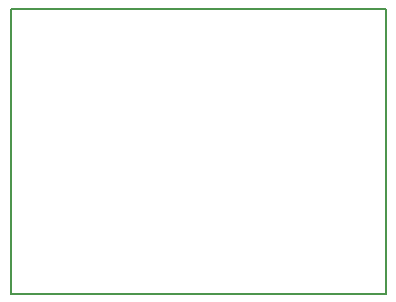
<source format=gbr>
G04 (created by PCBNEW (2013-01-19 BZR 3914)-testing) date Mon 21 Jan 2013 08:32:15 AM CET*
%MOIN*%
G04 Gerber Fmt 3.4, Leading zero omitted, Abs format*
%FSLAX34Y34*%
G01*
G70*
G90*
G04 APERTURE LIST*
%ADD10C,2.3622e-06*%
%ADD11C,0.00787402*%
G04 APERTURE END LIST*
G54D10*
G54D11*
X67250Y-49750D02*
X67250Y-40250D01*
X54750Y-40250D02*
X54750Y-49750D01*
X54750Y-49750D02*
X67250Y-49750D01*
X67250Y-40250D02*
X54750Y-40250D01*
M02*

</source>
